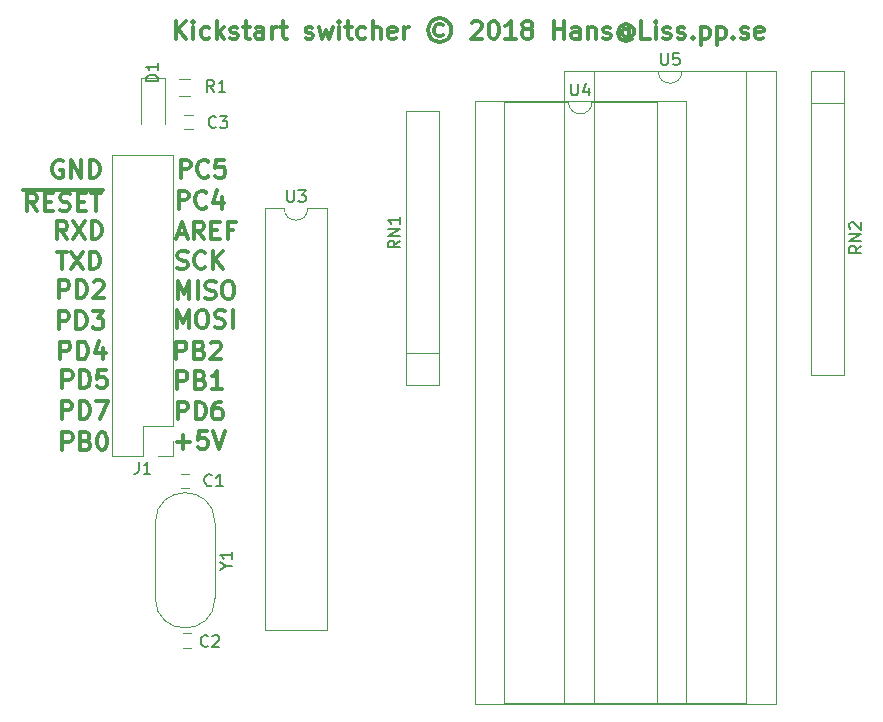
<source format=gbr>
G04 #@! TF.FileFunction,Legend,Top*
%FSLAX46Y46*%
G04 Gerber Fmt 4.6, Leading zero omitted, Abs format (unit mm)*
G04 Created by KiCad (PCBNEW 4.0.7) date 07/05/18 11:36:52*
%MOMM*%
%LPD*%
G01*
G04 APERTURE LIST*
%ADD10C,0.100000*%
%ADD11C,0.300000*%
%ADD12C,0.120000*%
%ADD13C,0.150000*%
G04 APERTURE END LIST*
D10*
D11*
X81308083Y-106623420D02*
X81165226Y-106551991D01*
X80950940Y-106551991D01*
X80736655Y-106623420D01*
X80593797Y-106766277D01*
X80522369Y-106909134D01*
X80450940Y-107194849D01*
X80450940Y-107409134D01*
X80522369Y-107694849D01*
X80593797Y-107837706D01*
X80736655Y-107980563D01*
X80950940Y-108051991D01*
X81093797Y-108051991D01*
X81308083Y-107980563D01*
X81379512Y-107909134D01*
X81379512Y-107409134D01*
X81093797Y-107409134D01*
X82022369Y-108051991D02*
X82022369Y-106551991D01*
X82879512Y-108051991D01*
X82879512Y-106551991D01*
X83593798Y-108051991D02*
X83593798Y-106551991D01*
X83950941Y-106551991D01*
X84165226Y-106623420D01*
X84308084Y-106766277D01*
X84379512Y-106909134D01*
X84450941Y-107194849D01*
X84450941Y-107409134D01*
X84379512Y-107694849D01*
X84308084Y-107837706D01*
X84165226Y-107980563D01*
X83950941Y-108051991D01*
X83593798Y-108051991D01*
X79154769Y-110845991D02*
X78654769Y-110131706D01*
X78297626Y-110845991D02*
X78297626Y-109345991D01*
X78869054Y-109345991D01*
X79011912Y-109417420D01*
X79083340Y-109488849D01*
X79154769Y-109631706D01*
X79154769Y-109845991D01*
X79083340Y-109988849D01*
X79011912Y-110060277D01*
X78869054Y-110131706D01*
X78297626Y-110131706D01*
X79797626Y-110060277D02*
X80297626Y-110060277D01*
X80511912Y-110845991D02*
X79797626Y-110845991D01*
X79797626Y-109345991D01*
X80511912Y-109345991D01*
X81083340Y-110774563D02*
X81297626Y-110845991D01*
X81654769Y-110845991D01*
X81797626Y-110774563D01*
X81869055Y-110703134D01*
X81940483Y-110560277D01*
X81940483Y-110417420D01*
X81869055Y-110274563D01*
X81797626Y-110203134D01*
X81654769Y-110131706D01*
X81369055Y-110060277D01*
X81226197Y-109988849D01*
X81154769Y-109917420D01*
X81083340Y-109774563D01*
X81083340Y-109631706D01*
X81154769Y-109488849D01*
X81226197Y-109417420D01*
X81369055Y-109345991D01*
X81726197Y-109345991D01*
X81940483Y-109417420D01*
X82583340Y-110060277D02*
X83083340Y-110060277D01*
X83297626Y-110845991D02*
X82583340Y-110845991D01*
X82583340Y-109345991D01*
X83297626Y-109345991D01*
X83726197Y-109345991D02*
X84583340Y-109345991D01*
X84154769Y-110845991D02*
X84154769Y-109345991D01*
X77940483Y-109087420D02*
X84726197Y-109087420D01*
X81702401Y-113220891D02*
X81202401Y-112506606D01*
X80845258Y-113220891D02*
X80845258Y-111720891D01*
X81416686Y-111720891D01*
X81559544Y-111792320D01*
X81630972Y-111863749D01*
X81702401Y-112006606D01*
X81702401Y-112220891D01*
X81630972Y-112363749D01*
X81559544Y-112435177D01*
X81416686Y-112506606D01*
X80845258Y-112506606D01*
X82202401Y-111720891D02*
X83202401Y-113220891D01*
X83202401Y-111720891D02*
X82202401Y-113220891D01*
X83773829Y-113220891D02*
X83773829Y-111720891D01*
X84130972Y-111720891D01*
X84345257Y-111792320D01*
X84488115Y-111935177D01*
X84559543Y-112078034D01*
X84630972Y-112363749D01*
X84630972Y-112578034D01*
X84559543Y-112863749D01*
X84488115Y-113006606D01*
X84345257Y-113149463D01*
X84130972Y-113220891D01*
X83773829Y-113220891D01*
X80809543Y-114291371D02*
X81666686Y-114291371D01*
X81238115Y-115791371D02*
X81238115Y-114291371D01*
X82023829Y-114291371D02*
X83023829Y-115791371D01*
X83023829Y-114291371D02*
X82023829Y-115791371D01*
X83595257Y-115791371D02*
X83595257Y-114291371D01*
X83952400Y-114291371D01*
X84166685Y-114362800D01*
X84309543Y-114505657D01*
X84380971Y-114648514D01*
X84452400Y-114934229D01*
X84452400Y-115148514D01*
X84380971Y-115434229D01*
X84309543Y-115577086D01*
X84166685Y-115719943D01*
X83952400Y-115791371D01*
X83595257Y-115791371D01*
X81012898Y-118222151D02*
X81012898Y-116722151D01*
X81584326Y-116722151D01*
X81727184Y-116793580D01*
X81798612Y-116865009D01*
X81870041Y-117007866D01*
X81870041Y-117222151D01*
X81798612Y-117365009D01*
X81727184Y-117436437D01*
X81584326Y-117507866D01*
X81012898Y-117507866D01*
X82512898Y-118222151D02*
X82512898Y-116722151D01*
X82870041Y-116722151D01*
X83084326Y-116793580D01*
X83227184Y-116936437D01*
X83298612Y-117079294D01*
X83370041Y-117365009D01*
X83370041Y-117579294D01*
X83298612Y-117865009D01*
X83227184Y-118007866D01*
X83084326Y-118150723D01*
X82870041Y-118222151D01*
X82512898Y-118222151D01*
X83941469Y-116865009D02*
X84012898Y-116793580D01*
X84155755Y-116722151D01*
X84512898Y-116722151D01*
X84655755Y-116793580D01*
X84727184Y-116865009D01*
X84798612Y-117007866D01*
X84798612Y-117150723D01*
X84727184Y-117365009D01*
X83870041Y-118222151D01*
X84798612Y-118222151D01*
X80984958Y-120848511D02*
X80984958Y-119348511D01*
X81556386Y-119348511D01*
X81699244Y-119419940D01*
X81770672Y-119491369D01*
X81842101Y-119634226D01*
X81842101Y-119848511D01*
X81770672Y-119991369D01*
X81699244Y-120062797D01*
X81556386Y-120134226D01*
X80984958Y-120134226D01*
X82484958Y-120848511D02*
X82484958Y-119348511D01*
X82842101Y-119348511D01*
X83056386Y-119419940D01*
X83199244Y-119562797D01*
X83270672Y-119705654D01*
X83342101Y-119991369D01*
X83342101Y-120205654D01*
X83270672Y-120491369D01*
X83199244Y-120634226D01*
X83056386Y-120777083D01*
X82842101Y-120848511D01*
X82484958Y-120848511D01*
X83842101Y-119348511D02*
X84770672Y-119348511D01*
X84270672Y-119919940D01*
X84484958Y-119919940D01*
X84627815Y-119991369D01*
X84699244Y-120062797D01*
X84770672Y-120205654D01*
X84770672Y-120562797D01*
X84699244Y-120705654D01*
X84627815Y-120777083D01*
X84484958Y-120848511D01*
X84056386Y-120848511D01*
X83913529Y-120777083D01*
X83842101Y-120705654D01*
X81096718Y-123418991D02*
X81096718Y-121918991D01*
X81668146Y-121918991D01*
X81811004Y-121990420D01*
X81882432Y-122061849D01*
X81953861Y-122204706D01*
X81953861Y-122418991D01*
X81882432Y-122561849D01*
X81811004Y-122633277D01*
X81668146Y-122704706D01*
X81096718Y-122704706D01*
X82596718Y-123418991D02*
X82596718Y-121918991D01*
X82953861Y-121918991D01*
X83168146Y-121990420D01*
X83311004Y-122133277D01*
X83382432Y-122276134D01*
X83453861Y-122561849D01*
X83453861Y-122776134D01*
X83382432Y-123061849D01*
X83311004Y-123204706D01*
X83168146Y-123347563D01*
X82953861Y-123418991D01*
X82596718Y-123418991D01*
X84739575Y-122418991D02*
X84739575Y-123418991D01*
X84382432Y-121847563D02*
X84025289Y-122918991D01*
X84953861Y-122918991D01*
X81292298Y-125849771D02*
X81292298Y-124349771D01*
X81863726Y-124349771D01*
X82006584Y-124421200D01*
X82078012Y-124492629D01*
X82149441Y-124635486D01*
X82149441Y-124849771D01*
X82078012Y-124992629D01*
X82006584Y-125064057D01*
X81863726Y-125135486D01*
X81292298Y-125135486D01*
X82792298Y-125849771D02*
X82792298Y-124349771D01*
X83149441Y-124349771D01*
X83363726Y-124421200D01*
X83506584Y-124564057D01*
X83578012Y-124706914D01*
X83649441Y-124992629D01*
X83649441Y-125206914D01*
X83578012Y-125492629D01*
X83506584Y-125635486D01*
X83363726Y-125778343D01*
X83149441Y-125849771D01*
X82792298Y-125849771D01*
X85006584Y-124349771D02*
X84292298Y-124349771D01*
X84220869Y-125064057D01*
X84292298Y-124992629D01*
X84435155Y-124921200D01*
X84792298Y-124921200D01*
X84935155Y-124992629D01*
X85006584Y-125064057D01*
X85078012Y-125206914D01*
X85078012Y-125564057D01*
X85006584Y-125706914D01*
X84935155Y-125778343D01*
X84792298Y-125849771D01*
X84435155Y-125849771D01*
X84292298Y-125778343D01*
X84220869Y-125706914D01*
X81264358Y-128448191D02*
X81264358Y-126948191D01*
X81835786Y-126948191D01*
X81978644Y-127019620D01*
X82050072Y-127091049D01*
X82121501Y-127233906D01*
X82121501Y-127448191D01*
X82050072Y-127591049D01*
X81978644Y-127662477D01*
X81835786Y-127733906D01*
X81264358Y-127733906D01*
X82764358Y-128448191D02*
X82764358Y-126948191D01*
X83121501Y-126948191D01*
X83335786Y-127019620D01*
X83478644Y-127162477D01*
X83550072Y-127305334D01*
X83621501Y-127591049D01*
X83621501Y-127805334D01*
X83550072Y-128091049D01*
X83478644Y-128233906D01*
X83335786Y-128376763D01*
X83121501Y-128448191D01*
X82764358Y-128448191D01*
X84121501Y-126948191D02*
X85121501Y-126948191D01*
X84478644Y-128448191D01*
X81292298Y-131102491D02*
X81292298Y-129602491D01*
X81863726Y-129602491D01*
X82006584Y-129673920D01*
X82078012Y-129745349D01*
X82149441Y-129888206D01*
X82149441Y-130102491D01*
X82078012Y-130245349D01*
X82006584Y-130316777D01*
X81863726Y-130388206D01*
X81292298Y-130388206D01*
X83292298Y-130316777D02*
X83506584Y-130388206D01*
X83578012Y-130459634D01*
X83649441Y-130602491D01*
X83649441Y-130816777D01*
X83578012Y-130959634D01*
X83506584Y-131031063D01*
X83363726Y-131102491D01*
X82792298Y-131102491D01*
X82792298Y-129602491D01*
X83292298Y-129602491D01*
X83435155Y-129673920D01*
X83506584Y-129745349D01*
X83578012Y-129888206D01*
X83578012Y-130031063D01*
X83506584Y-130173920D01*
X83435155Y-130245349D01*
X83292298Y-130316777D01*
X82792298Y-130316777D01*
X84578012Y-129602491D02*
X84720869Y-129602491D01*
X84863726Y-129673920D01*
X84935155Y-129745349D01*
X85006584Y-129888206D01*
X85078012Y-130173920D01*
X85078012Y-130531063D01*
X85006584Y-130816777D01*
X84935155Y-130959634D01*
X84863726Y-131031063D01*
X84720869Y-131102491D01*
X84578012Y-131102491D01*
X84435155Y-131031063D01*
X84363726Y-130959634D01*
X84292298Y-130816777D01*
X84220869Y-130531063D01*
X84220869Y-130173920D01*
X84292298Y-129888206D01*
X84363726Y-129745349D01*
X84435155Y-129673920D01*
X84578012Y-129602491D01*
X90971929Y-130419303D02*
X92114786Y-130419303D01*
X91543357Y-130990731D02*
X91543357Y-129847874D01*
X93543358Y-129490731D02*
X92829072Y-129490731D01*
X92757643Y-130205017D01*
X92829072Y-130133589D01*
X92971929Y-130062160D01*
X93329072Y-130062160D01*
X93471929Y-130133589D01*
X93543358Y-130205017D01*
X93614786Y-130347874D01*
X93614786Y-130705017D01*
X93543358Y-130847874D01*
X93471929Y-130919303D01*
X93329072Y-130990731D01*
X92971929Y-130990731D01*
X92829072Y-130919303D01*
X92757643Y-130847874D01*
X94043357Y-129490731D02*
X94543357Y-130990731D01*
X95043357Y-129490731D01*
X91071298Y-128504071D02*
X91071298Y-127004071D01*
X91642726Y-127004071D01*
X91785584Y-127075500D01*
X91857012Y-127146929D01*
X91928441Y-127289786D01*
X91928441Y-127504071D01*
X91857012Y-127646929D01*
X91785584Y-127718357D01*
X91642726Y-127789786D01*
X91071298Y-127789786D01*
X92571298Y-128504071D02*
X92571298Y-127004071D01*
X92928441Y-127004071D01*
X93142726Y-127075500D01*
X93285584Y-127218357D01*
X93357012Y-127361214D01*
X93428441Y-127646929D01*
X93428441Y-127861214D01*
X93357012Y-128146929D01*
X93285584Y-128289786D01*
X93142726Y-128432643D01*
X92928441Y-128504071D01*
X92571298Y-128504071D01*
X94714155Y-127004071D02*
X94428441Y-127004071D01*
X94285584Y-127075500D01*
X94214155Y-127146929D01*
X94071298Y-127361214D01*
X93999869Y-127646929D01*
X93999869Y-128218357D01*
X94071298Y-128361214D01*
X94142726Y-128432643D01*
X94285584Y-128504071D01*
X94571298Y-128504071D01*
X94714155Y-128432643D01*
X94785584Y-128361214D01*
X94857012Y-128218357D01*
X94857012Y-127861214D01*
X94785584Y-127718357D01*
X94714155Y-127646929D01*
X94571298Y-127575500D01*
X94285584Y-127575500D01*
X94142726Y-127646929D01*
X94071298Y-127718357D01*
X93999869Y-127861214D01*
X91015418Y-125933591D02*
X91015418Y-124433591D01*
X91586846Y-124433591D01*
X91729704Y-124505020D01*
X91801132Y-124576449D01*
X91872561Y-124719306D01*
X91872561Y-124933591D01*
X91801132Y-125076449D01*
X91729704Y-125147877D01*
X91586846Y-125219306D01*
X91015418Y-125219306D01*
X93015418Y-125147877D02*
X93229704Y-125219306D01*
X93301132Y-125290734D01*
X93372561Y-125433591D01*
X93372561Y-125647877D01*
X93301132Y-125790734D01*
X93229704Y-125862163D01*
X93086846Y-125933591D01*
X92515418Y-125933591D01*
X92515418Y-124433591D01*
X93015418Y-124433591D01*
X93158275Y-124505020D01*
X93229704Y-124576449D01*
X93301132Y-124719306D01*
X93301132Y-124862163D01*
X93229704Y-125005020D01*
X93158275Y-125076449D01*
X93015418Y-125147877D01*
X92515418Y-125147877D01*
X94801132Y-125933591D02*
X93943989Y-125933591D01*
X94372561Y-125933591D02*
X94372561Y-124433591D01*
X94229704Y-124647877D01*
X94086846Y-124790734D01*
X93943989Y-124862163D01*
X90931598Y-123418991D02*
X90931598Y-121918991D01*
X91503026Y-121918991D01*
X91645884Y-121990420D01*
X91717312Y-122061849D01*
X91788741Y-122204706D01*
X91788741Y-122418991D01*
X91717312Y-122561849D01*
X91645884Y-122633277D01*
X91503026Y-122704706D01*
X90931598Y-122704706D01*
X92931598Y-122633277D02*
X93145884Y-122704706D01*
X93217312Y-122776134D01*
X93288741Y-122918991D01*
X93288741Y-123133277D01*
X93217312Y-123276134D01*
X93145884Y-123347563D01*
X93003026Y-123418991D01*
X92431598Y-123418991D01*
X92431598Y-121918991D01*
X92931598Y-121918991D01*
X93074455Y-121990420D01*
X93145884Y-122061849D01*
X93217312Y-122204706D01*
X93217312Y-122347563D01*
X93145884Y-122490420D01*
X93074455Y-122561849D01*
X92931598Y-122633277D01*
X92431598Y-122633277D01*
X93860169Y-122061849D02*
X93931598Y-121990420D01*
X94074455Y-121918991D01*
X94431598Y-121918991D01*
X94574455Y-121990420D01*
X94645884Y-122061849D01*
X94717312Y-122204706D01*
X94717312Y-122347563D01*
X94645884Y-122561849D01*
X93788741Y-123418991D01*
X94717312Y-123418991D01*
X90990397Y-120736751D02*
X90990397Y-119236751D01*
X91490397Y-120308180D01*
X91990397Y-119236751D01*
X91990397Y-120736751D01*
X92990397Y-119236751D02*
X93276111Y-119236751D01*
X93418969Y-119308180D01*
X93561826Y-119451037D01*
X93633254Y-119736751D01*
X93633254Y-120236751D01*
X93561826Y-120522466D01*
X93418969Y-120665323D01*
X93276111Y-120736751D01*
X92990397Y-120736751D01*
X92847540Y-120665323D01*
X92704683Y-120522466D01*
X92633254Y-120236751D01*
X92633254Y-119736751D01*
X92704683Y-119451037D01*
X92847540Y-119308180D01*
X92990397Y-119236751D01*
X94204683Y-120665323D02*
X94418969Y-120736751D01*
X94776112Y-120736751D01*
X94918969Y-120665323D01*
X94990398Y-120593894D01*
X95061826Y-120451037D01*
X95061826Y-120308180D01*
X94990398Y-120165323D01*
X94918969Y-120093894D01*
X94776112Y-120022466D01*
X94490398Y-119951037D01*
X94347540Y-119879609D01*
X94276112Y-119808180D01*
X94204683Y-119665323D01*
X94204683Y-119522466D01*
X94276112Y-119379609D01*
X94347540Y-119308180D01*
X94490398Y-119236751D01*
X94847540Y-119236751D01*
X95061826Y-119308180D01*
X95704683Y-120736751D02*
X95704683Y-119236751D01*
X91046277Y-118305971D02*
X91046277Y-116805971D01*
X91546277Y-117877400D01*
X92046277Y-116805971D01*
X92046277Y-118305971D01*
X92760563Y-118305971D02*
X92760563Y-116805971D01*
X93403420Y-118234543D02*
X93617706Y-118305971D01*
X93974849Y-118305971D01*
X94117706Y-118234543D01*
X94189135Y-118163114D01*
X94260563Y-118020257D01*
X94260563Y-117877400D01*
X94189135Y-117734543D01*
X94117706Y-117663114D01*
X93974849Y-117591686D01*
X93689135Y-117520257D01*
X93546277Y-117448829D01*
X93474849Y-117377400D01*
X93403420Y-117234543D01*
X93403420Y-117091686D01*
X93474849Y-116948829D01*
X93546277Y-116877400D01*
X93689135Y-116805971D01*
X94046277Y-116805971D01*
X94260563Y-116877400D01*
X95189134Y-116805971D02*
X95474848Y-116805971D01*
X95617706Y-116877400D01*
X95760563Y-117020257D01*
X95831991Y-117305971D01*
X95831991Y-117805971D01*
X95760563Y-118091686D01*
X95617706Y-118234543D01*
X95474848Y-118305971D01*
X95189134Y-118305971D01*
X95046277Y-118234543D01*
X94903420Y-118091686D01*
X94831991Y-117805971D01*
X94831991Y-117305971D01*
X94903420Y-117020257D01*
X95046277Y-116877400D01*
X95189134Y-116805971D01*
X91027809Y-115692003D02*
X91242095Y-115763431D01*
X91599238Y-115763431D01*
X91742095Y-115692003D01*
X91813524Y-115620574D01*
X91884952Y-115477717D01*
X91884952Y-115334860D01*
X91813524Y-115192003D01*
X91742095Y-115120574D01*
X91599238Y-115049146D01*
X91313524Y-114977717D01*
X91170666Y-114906289D01*
X91099238Y-114834860D01*
X91027809Y-114692003D01*
X91027809Y-114549146D01*
X91099238Y-114406289D01*
X91170666Y-114334860D01*
X91313524Y-114263431D01*
X91670666Y-114263431D01*
X91884952Y-114334860D01*
X93384952Y-115620574D02*
X93313523Y-115692003D01*
X93099237Y-115763431D01*
X92956380Y-115763431D01*
X92742095Y-115692003D01*
X92599237Y-115549146D01*
X92527809Y-115406289D01*
X92456380Y-115120574D01*
X92456380Y-114906289D01*
X92527809Y-114620574D01*
X92599237Y-114477717D01*
X92742095Y-114334860D01*
X92956380Y-114263431D01*
X93099237Y-114263431D01*
X93313523Y-114334860D01*
X93384952Y-114406289D01*
X94027809Y-115763431D02*
X94027809Y-114263431D01*
X94884952Y-115763431D02*
X94242095Y-114906289D01*
X94884952Y-114263431D02*
X94027809Y-115120574D01*
X91058669Y-112820260D02*
X91772955Y-112820260D01*
X90915812Y-113248831D02*
X91415812Y-111748831D01*
X91915812Y-113248831D01*
X93272955Y-113248831D02*
X92772955Y-112534546D01*
X92415812Y-113248831D02*
X92415812Y-111748831D01*
X92987240Y-111748831D01*
X93130098Y-111820260D01*
X93201526Y-111891689D01*
X93272955Y-112034546D01*
X93272955Y-112248831D01*
X93201526Y-112391689D01*
X93130098Y-112463117D01*
X92987240Y-112534546D01*
X92415812Y-112534546D01*
X93915812Y-112463117D02*
X94415812Y-112463117D01*
X94630098Y-113248831D02*
X93915812Y-113248831D01*
X93915812Y-111748831D01*
X94630098Y-111748831D01*
X95772955Y-112463117D02*
X95272955Y-112463117D01*
X95272955Y-113248831D02*
X95272955Y-111748831D01*
X95987241Y-111748831D01*
X91127178Y-110650411D02*
X91127178Y-109150411D01*
X91698606Y-109150411D01*
X91841464Y-109221840D01*
X91912892Y-109293269D01*
X91984321Y-109436126D01*
X91984321Y-109650411D01*
X91912892Y-109793269D01*
X91841464Y-109864697D01*
X91698606Y-109936126D01*
X91127178Y-109936126D01*
X93484321Y-110507554D02*
X93412892Y-110578983D01*
X93198606Y-110650411D01*
X93055749Y-110650411D01*
X92841464Y-110578983D01*
X92698606Y-110436126D01*
X92627178Y-110293269D01*
X92555749Y-110007554D01*
X92555749Y-109793269D01*
X92627178Y-109507554D01*
X92698606Y-109364697D01*
X92841464Y-109221840D01*
X93055749Y-109150411D01*
X93198606Y-109150411D01*
X93412892Y-109221840D01*
X93484321Y-109293269D01*
X94770035Y-109650411D02*
X94770035Y-110650411D01*
X94412892Y-109078983D02*
X94055749Y-110150411D01*
X94984321Y-110150411D01*
X91294818Y-108024051D02*
X91294818Y-106524051D01*
X91866246Y-106524051D01*
X92009104Y-106595480D01*
X92080532Y-106666909D01*
X92151961Y-106809766D01*
X92151961Y-107024051D01*
X92080532Y-107166909D01*
X92009104Y-107238337D01*
X91866246Y-107309766D01*
X91294818Y-107309766D01*
X93651961Y-107881194D02*
X93580532Y-107952623D01*
X93366246Y-108024051D01*
X93223389Y-108024051D01*
X93009104Y-107952623D01*
X92866246Y-107809766D01*
X92794818Y-107666909D01*
X92723389Y-107381194D01*
X92723389Y-107166909D01*
X92794818Y-106881194D01*
X92866246Y-106738337D01*
X93009104Y-106595480D01*
X93223389Y-106524051D01*
X93366246Y-106524051D01*
X93580532Y-106595480D01*
X93651961Y-106666909D01*
X95009104Y-106524051D02*
X94294818Y-106524051D01*
X94223389Y-107238337D01*
X94294818Y-107166909D01*
X94437675Y-107095480D01*
X94794818Y-107095480D01*
X94937675Y-107166909D01*
X95009104Y-107238337D01*
X95080532Y-107381194D01*
X95080532Y-107738337D01*
X95009104Y-107881194D01*
X94937675Y-107952623D01*
X94794818Y-108024051D01*
X94437675Y-108024051D01*
X94294818Y-107952623D01*
X94223389Y-107881194D01*
X90877957Y-96263851D02*
X90877957Y-94763851D01*
X91735100Y-96263851D02*
X91092243Y-95406709D01*
X91735100Y-94763851D02*
X90877957Y-95620994D01*
X92377957Y-96263851D02*
X92377957Y-95263851D01*
X92377957Y-94763851D02*
X92306528Y-94835280D01*
X92377957Y-94906709D01*
X92449385Y-94835280D01*
X92377957Y-94763851D01*
X92377957Y-94906709D01*
X93735100Y-96192423D02*
X93592243Y-96263851D01*
X93306529Y-96263851D01*
X93163671Y-96192423D01*
X93092243Y-96120994D01*
X93020814Y-95978137D01*
X93020814Y-95549566D01*
X93092243Y-95406709D01*
X93163671Y-95335280D01*
X93306529Y-95263851D01*
X93592243Y-95263851D01*
X93735100Y-95335280D01*
X94377957Y-96263851D02*
X94377957Y-94763851D01*
X94520814Y-95692423D02*
X94949385Y-96263851D01*
X94949385Y-95263851D02*
X94377957Y-95835280D01*
X95520814Y-96192423D02*
X95663671Y-96263851D01*
X95949386Y-96263851D01*
X96092243Y-96192423D01*
X96163671Y-96049566D01*
X96163671Y-95978137D01*
X96092243Y-95835280D01*
X95949386Y-95763851D01*
X95735100Y-95763851D01*
X95592243Y-95692423D01*
X95520814Y-95549566D01*
X95520814Y-95478137D01*
X95592243Y-95335280D01*
X95735100Y-95263851D01*
X95949386Y-95263851D01*
X96092243Y-95335280D01*
X96592243Y-95263851D02*
X97163672Y-95263851D01*
X96806529Y-94763851D02*
X96806529Y-96049566D01*
X96877957Y-96192423D01*
X97020815Y-96263851D01*
X97163672Y-96263851D01*
X98306529Y-96263851D02*
X98306529Y-95478137D01*
X98235100Y-95335280D01*
X98092243Y-95263851D01*
X97806529Y-95263851D01*
X97663672Y-95335280D01*
X98306529Y-96192423D02*
X98163672Y-96263851D01*
X97806529Y-96263851D01*
X97663672Y-96192423D01*
X97592243Y-96049566D01*
X97592243Y-95906709D01*
X97663672Y-95763851D01*
X97806529Y-95692423D01*
X98163672Y-95692423D01*
X98306529Y-95620994D01*
X99020815Y-96263851D02*
X99020815Y-95263851D01*
X99020815Y-95549566D02*
X99092243Y-95406709D01*
X99163672Y-95335280D01*
X99306529Y-95263851D01*
X99449386Y-95263851D01*
X99735100Y-95263851D02*
X100306529Y-95263851D01*
X99949386Y-94763851D02*
X99949386Y-96049566D01*
X100020814Y-96192423D01*
X100163672Y-96263851D01*
X100306529Y-96263851D01*
X101877957Y-96192423D02*
X102020814Y-96263851D01*
X102306529Y-96263851D01*
X102449386Y-96192423D01*
X102520814Y-96049566D01*
X102520814Y-95978137D01*
X102449386Y-95835280D01*
X102306529Y-95763851D01*
X102092243Y-95763851D01*
X101949386Y-95692423D01*
X101877957Y-95549566D01*
X101877957Y-95478137D01*
X101949386Y-95335280D01*
X102092243Y-95263851D01*
X102306529Y-95263851D01*
X102449386Y-95335280D01*
X103020815Y-95263851D02*
X103306529Y-96263851D01*
X103592243Y-95549566D01*
X103877958Y-96263851D01*
X104163672Y-95263851D01*
X104735101Y-96263851D02*
X104735101Y-95263851D01*
X104735101Y-94763851D02*
X104663672Y-94835280D01*
X104735101Y-94906709D01*
X104806529Y-94835280D01*
X104735101Y-94763851D01*
X104735101Y-94906709D01*
X105235101Y-95263851D02*
X105806530Y-95263851D01*
X105449387Y-94763851D02*
X105449387Y-96049566D01*
X105520815Y-96192423D01*
X105663673Y-96263851D01*
X105806530Y-96263851D01*
X106949387Y-96192423D02*
X106806530Y-96263851D01*
X106520816Y-96263851D01*
X106377958Y-96192423D01*
X106306530Y-96120994D01*
X106235101Y-95978137D01*
X106235101Y-95549566D01*
X106306530Y-95406709D01*
X106377958Y-95335280D01*
X106520816Y-95263851D01*
X106806530Y-95263851D01*
X106949387Y-95335280D01*
X107592244Y-96263851D02*
X107592244Y-94763851D01*
X108235101Y-96263851D02*
X108235101Y-95478137D01*
X108163672Y-95335280D01*
X108020815Y-95263851D01*
X107806530Y-95263851D01*
X107663672Y-95335280D01*
X107592244Y-95406709D01*
X109520815Y-96192423D02*
X109377958Y-96263851D01*
X109092244Y-96263851D01*
X108949387Y-96192423D01*
X108877958Y-96049566D01*
X108877958Y-95478137D01*
X108949387Y-95335280D01*
X109092244Y-95263851D01*
X109377958Y-95263851D01*
X109520815Y-95335280D01*
X109592244Y-95478137D01*
X109592244Y-95620994D01*
X108877958Y-95763851D01*
X110235101Y-96263851D02*
X110235101Y-95263851D01*
X110235101Y-95549566D02*
X110306529Y-95406709D01*
X110377958Y-95335280D01*
X110520815Y-95263851D01*
X110663672Y-95263851D01*
X113520815Y-95120994D02*
X113377957Y-95049566D01*
X113092243Y-95049566D01*
X112949386Y-95120994D01*
X112806529Y-95263851D01*
X112735100Y-95406709D01*
X112735100Y-95692423D01*
X112806529Y-95835280D01*
X112949386Y-95978137D01*
X113092243Y-96049566D01*
X113377957Y-96049566D01*
X113520815Y-95978137D01*
X113235100Y-94549566D02*
X112877957Y-94620994D01*
X112520815Y-94835280D01*
X112306529Y-95192423D01*
X112235100Y-95549566D01*
X112306529Y-95906709D01*
X112520815Y-96263851D01*
X112877957Y-96478137D01*
X113235100Y-96549566D01*
X113592243Y-96478137D01*
X113949386Y-96263851D01*
X114163672Y-95906709D01*
X114235100Y-95549566D01*
X114163672Y-95192423D01*
X113949386Y-94835280D01*
X113592243Y-94620994D01*
X113235100Y-94549566D01*
X115949386Y-94906709D02*
X116020815Y-94835280D01*
X116163672Y-94763851D01*
X116520815Y-94763851D01*
X116663672Y-94835280D01*
X116735101Y-94906709D01*
X116806529Y-95049566D01*
X116806529Y-95192423D01*
X116735101Y-95406709D01*
X115877958Y-96263851D01*
X116806529Y-96263851D01*
X117735100Y-94763851D02*
X117877957Y-94763851D01*
X118020814Y-94835280D01*
X118092243Y-94906709D01*
X118163672Y-95049566D01*
X118235100Y-95335280D01*
X118235100Y-95692423D01*
X118163672Y-95978137D01*
X118092243Y-96120994D01*
X118020814Y-96192423D01*
X117877957Y-96263851D01*
X117735100Y-96263851D01*
X117592243Y-96192423D01*
X117520814Y-96120994D01*
X117449386Y-95978137D01*
X117377957Y-95692423D01*
X117377957Y-95335280D01*
X117449386Y-95049566D01*
X117520814Y-94906709D01*
X117592243Y-94835280D01*
X117735100Y-94763851D01*
X119663671Y-96263851D02*
X118806528Y-96263851D01*
X119235100Y-96263851D02*
X119235100Y-94763851D01*
X119092243Y-94978137D01*
X118949385Y-95120994D01*
X118806528Y-95192423D01*
X120520814Y-95406709D02*
X120377956Y-95335280D01*
X120306528Y-95263851D01*
X120235099Y-95120994D01*
X120235099Y-95049566D01*
X120306528Y-94906709D01*
X120377956Y-94835280D01*
X120520814Y-94763851D01*
X120806528Y-94763851D01*
X120949385Y-94835280D01*
X121020814Y-94906709D01*
X121092242Y-95049566D01*
X121092242Y-95120994D01*
X121020814Y-95263851D01*
X120949385Y-95335280D01*
X120806528Y-95406709D01*
X120520814Y-95406709D01*
X120377956Y-95478137D01*
X120306528Y-95549566D01*
X120235099Y-95692423D01*
X120235099Y-95978137D01*
X120306528Y-96120994D01*
X120377956Y-96192423D01*
X120520814Y-96263851D01*
X120806528Y-96263851D01*
X120949385Y-96192423D01*
X121020814Y-96120994D01*
X121092242Y-95978137D01*
X121092242Y-95692423D01*
X121020814Y-95549566D01*
X120949385Y-95478137D01*
X120806528Y-95406709D01*
X122877956Y-96263851D02*
X122877956Y-94763851D01*
X122877956Y-95478137D02*
X123735099Y-95478137D01*
X123735099Y-96263851D02*
X123735099Y-94763851D01*
X125092242Y-96263851D02*
X125092242Y-95478137D01*
X125020813Y-95335280D01*
X124877956Y-95263851D01*
X124592242Y-95263851D01*
X124449385Y-95335280D01*
X125092242Y-96192423D02*
X124949385Y-96263851D01*
X124592242Y-96263851D01*
X124449385Y-96192423D01*
X124377956Y-96049566D01*
X124377956Y-95906709D01*
X124449385Y-95763851D01*
X124592242Y-95692423D01*
X124949385Y-95692423D01*
X125092242Y-95620994D01*
X125806528Y-95263851D02*
X125806528Y-96263851D01*
X125806528Y-95406709D02*
X125877956Y-95335280D01*
X126020814Y-95263851D01*
X126235099Y-95263851D01*
X126377956Y-95335280D01*
X126449385Y-95478137D01*
X126449385Y-96263851D01*
X127092242Y-96192423D02*
X127235099Y-96263851D01*
X127520814Y-96263851D01*
X127663671Y-96192423D01*
X127735099Y-96049566D01*
X127735099Y-95978137D01*
X127663671Y-95835280D01*
X127520814Y-95763851D01*
X127306528Y-95763851D01*
X127163671Y-95692423D01*
X127092242Y-95549566D01*
X127092242Y-95478137D01*
X127163671Y-95335280D01*
X127306528Y-95263851D01*
X127520814Y-95263851D01*
X127663671Y-95335280D01*
X129306528Y-95549566D02*
X129235100Y-95478137D01*
X129092243Y-95406709D01*
X128949385Y-95406709D01*
X128806528Y-95478137D01*
X128735100Y-95549566D01*
X128663671Y-95692423D01*
X128663671Y-95835280D01*
X128735100Y-95978137D01*
X128806528Y-96049566D01*
X128949385Y-96120994D01*
X129092243Y-96120994D01*
X129235100Y-96049566D01*
X129306528Y-95978137D01*
X129306528Y-95406709D02*
X129306528Y-95978137D01*
X129377957Y-96049566D01*
X129449385Y-96049566D01*
X129592243Y-95978137D01*
X129663671Y-95835280D01*
X129663671Y-95478137D01*
X129520814Y-95263851D01*
X129306528Y-95120994D01*
X129020814Y-95049566D01*
X128735100Y-95120994D01*
X128520814Y-95263851D01*
X128377957Y-95478137D01*
X128306528Y-95763851D01*
X128377957Y-96049566D01*
X128520814Y-96263851D01*
X128735100Y-96406709D01*
X129020814Y-96478137D01*
X129306528Y-96406709D01*
X129520814Y-96263851D01*
X131020814Y-96263851D02*
X130306528Y-96263851D01*
X130306528Y-94763851D01*
X131520814Y-96263851D02*
X131520814Y-95263851D01*
X131520814Y-94763851D02*
X131449385Y-94835280D01*
X131520814Y-94906709D01*
X131592242Y-94835280D01*
X131520814Y-94763851D01*
X131520814Y-94906709D01*
X132163671Y-96192423D02*
X132306528Y-96263851D01*
X132592243Y-96263851D01*
X132735100Y-96192423D01*
X132806528Y-96049566D01*
X132806528Y-95978137D01*
X132735100Y-95835280D01*
X132592243Y-95763851D01*
X132377957Y-95763851D01*
X132235100Y-95692423D01*
X132163671Y-95549566D01*
X132163671Y-95478137D01*
X132235100Y-95335280D01*
X132377957Y-95263851D01*
X132592243Y-95263851D01*
X132735100Y-95335280D01*
X133377957Y-96192423D02*
X133520814Y-96263851D01*
X133806529Y-96263851D01*
X133949386Y-96192423D01*
X134020814Y-96049566D01*
X134020814Y-95978137D01*
X133949386Y-95835280D01*
X133806529Y-95763851D01*
X133592243Y-95763851D01*
X133449386Y-95692423D01*
X133377957Y-95549566D01*
X133377957Y-95478137D01*
X133449386Y-95335280D01*
X133592243Y-95263851D01*
X133806529Y-95263851D01*
X133949386Y-95335280D01*
X134663672Y-96120994D02*
X134735100Y-96192423D01*
X134663672Y-96263851D01*
X134592243Y-96192423D01*
X134663672Y-96120994D01*
X134663672Y-96263851D01*
X135377958Y-95263851D02*
X135377958Y-96763851D01*
X135377958Y-95335280D02*
X135520815Y-95263851D01*
X135806529Y-95263851D01*
X135949386Y-95335280D01*
X136020815Y-95406709D01*
X136092244Y-95549566D01*
X136092244Y-95978137D01*
X136020815Y-96120994D01*
X135949386Y-96192423D01*
X135806529Y-96263851D01*
X135520815Y-96263851D01*
X135377958Y-96192423D01*
X136735101Y-95263851D02*
X136735101Y-96763851D01*
X136735101Y-95335280D02*
X136877958Y-95263851D01*
X137163672Y-95263851D01*
X137306529Y-95335280D01*
X137377958Y-95406709D01*
X137449387Y-95549566D01*
X137449387Y-95978137D01*
X137377958Y-96120994D01*
X137306529Y-96192423D01*
X137163672Y-96263851D01*
X136877958Y-96263851D01*
X136735101Y-96192423D01*
X138092244Y-96120994D02*
X138163672Y-96192423D01*
X138092244Y-96263851D01*
X138020815Y-96192423D01*
X138092244Y-96120994D01*
X138092244Y-96263851D01*
X138735101Y-96192423D02*
X138877958Y-96263851D01*
X139163673Y-96263851D01*
X139306530Y-96192423D01*
X139377958Y-96049566D01*
X139377958Y-95978137D01*
X139306530Y-95835280D01*
X139163673Y-95763851D01*
X138949387Y-95763851D01*
X138806530Y-95692423D01*
X138735101Y-95549566D01*
X138735101Y-95478137D01*
X138806530Y-95335280D01*
X138949387Y-95263851D01*
X139163673Y-95263851D01*
X139306530Y-95335280D01*
X140592244Y-96192423D02*
X140449387Y-96263851D01*
X140163673Y-96263851D01*
X140020816Y-96192423D01*
X139949387Y-96049566D01*
X139949387Y-95478137D01*
X140020816Y-95335280D01*
X140163673Y-95263851D01*
X140449387Y-95263851D01*
X140592244Y-95335280D01*
X140663673Y-95478137D01*
X140663673Y-95620994D01*
X139949387Y-95763851D01*
D12*
X91993200Y-134285280D02*
X91293200Y-134285280D01*
X91293200Y-133085280D02*
X91993200Y-133085280D01*
X91483700Y-146618400D02*
X92183700Y-146618400D01*
X92183700Y-147818400D02*
X91483700Y-147818400D01*
X92328480Y-103922120D02*
X91628480Y-103922120D01*
X91628480Y-102722120D02*
X92328480Y-102722120D01*
X89960960Y-99613360D02*
X87960960Y-99613360D01*
X87960960Y-99613360D02*
X87960960Y-103463360D01*
X89960960Y-99613360D02*
X89960960Y-103463360D01*
X91138120Y-99721120D02*
X92138120Y-99721120D01*
X92138120Y-101081120D02*
X91138120Y-101081120D01*
X102071680Y-110633200D02*
G75*
G02X100071680Y-110633200I-1000000J0D01*
G01*
X100071680Y-110633200D02*
X98421680Y-110633200D01*
X98421680Y-110633200D02*
X98421680Y-146313200D01*
X98421680Y-146313200D02*
X103721680Y-146313200D01*
X103721680Y-146313200D02*
X103721680Y-110633200D01*
X103721680Y-110633200D02*
X102071680Y-110633200D01*
X126140720Y-101624280D02*
G75*
G02X124140720Y-101624280I-1000000J0D01*
G01*
X124140720Y-101624280D02*
X118680720Y-101624280D01*
X118680720Y-101624280D02*
X118680720Y-152544280D01*
X118680720Y-152544280D02*
X131600720Y-152544280D01*
X131600720Y-152544280D02*
X131600720Y-101624280D01*
X131600720Y-101624280D02*
X126140720Y-101624280D01*
X116190720Y-101564280D02*
X116190720Y-152604280D01*
X116190720Y-152604280D02*
X134090720Y-152604280D01*
X134090720Y-152604280D02*
X134090720Y-101564280D01*
X134090720Y-101564280D02*
X116190720Y-101564280D01*
X133740400Y-99040640D02*
G75*
G02X131740400Y-99040640I-1000000J0D01*
G01*
X131740400Y-99040640D02*
X126280400Y-99040640D01*
X126280400Y-99040640D02*
X126280400Y-152500640D01*
X126280400Y-152500640D02*
X139200400Y-152500640D01*
X139200400Y-152500640D02*
X139200400Y-99040640D01*
X139200400Y-99040640D02*
X133740400Y-99040640D01*
X123790400Y-98980640D02*
X123790400Y-152560640D01*
X123790400Y-152560640D02*
X141690400Y-152560640D01*
X141690400Y-152560640D02*
X141690400Y-98980640D01*
X141690400Y-98980640D02*
X123790400Y-98980640D01*
X94208840Y-137233120D02*
X94208840Y-143633120D01*
X89158840Y-137233120D02*
X89158840Y-143633120D01*
X89158840Y-137233120D02*
G75*
G02X94208840Y-137233120I2525000J0D01*
G01*
X89158840Y-143633120D02*
G75*
G03X94208840Y-143633120I2525000J0D01*
G01*
X90682120Y-106122160D02*
X85482120Y-106122160D01*
X90682120Y-129042160D02*
X90682120Y-106122160D01*
X85482120Y-131642160D02*
X85482120Y-106122160D01*
X90682120Y-129042160D02*
X88082120Y-129042160D01*
X88082120Y-129042160D02*
X88082120Y-131642160D01*
X88082120Y-131642160D02*
X85482120Y-131642160D01*
X90682120Y-130312160D02*
X90682120Y-131642160D01*
X90682120Y-131642160D02*
X89352120Y-131642160D01*
X110415880Y-125549480D02*
X113215880Y-125549480D01*
X113215880Y-125549480D02*
X113215880Y-102349480D01*
X113215880Y-102349480D02*
X110415880Y-102349480D01*
X110415880Y-102349480D02*
X110415880Y-125549480D01*
X110415880Y-122839480D02*
X113215880Y-122839480D01*
X147470320Y-98976360D02*
X144670320Y-98976360D01*
X144670320Y-98976360D02*
X144670320Y-124716360D01*
X144670320Y-124716360D02*
X147470320Y-124716360D01*
X147470320Y-124716360D02*
X147470320Y-98976360D01*
X147470320Y-101686360D02*
X144670320Y-101686360D01*
D13*
X93932714Y-134057663D02*
X93885095Y-134105282D01*
X93742238Y-134152901D01*
X93647000Y-134152901D01*
X93504142Y-134105282D01*
X93408904Y-134010044D01*
X93361285Y-133914806D01*
X93313666Y-133724330D01*
X93313666Y-133581472D01*
X93361285Y-133390996D01*
X93408904Y-133295758D01*
X93504142Y-133200520D01*
X93647000Y-133152901D01*
X93742238Y-133152901D01*
X93885095Y-133200520D01*
X93932714Y-133248139D01*
X94885095Y-134152901D02*
X94313666Y-134152901D01*
X94599380Y-134152901D02*
X94599380Y-133152901D01*
X94504142Y-133295758D01*
X94408904Y-133390996D01*
X94313666Y-133438615D01*
X93612674Y-147674603D02*
X93565055Y-147722222D01*
X93422198Y-147769841D01*
X93326960Y-147769841D01*
X93184102Y-147722222D01*
X93088864Y-147626984D01*
X93041245Y-147531746D01*
X92993626Y-147341270D01*
X92993626Y-147198412D01*
X93041245Y-147007936D01*
X93088864Y-146912698D01*
X93184102Y-146817460D01*
X93326960Y-146769841D01*
X93422198Y-146769841D01*
X93565055Y-146817460D01*
X93612674Y-146865079D01*
X93993626Y-146865079D02*
X94041245Y-146817460D01*
X94136483Y-146769841D01*
X94374579Y-146769841D01*
X94469817Y-146817460D01*
X94517436Y-146865079D01*
X94565055Y-146960317D01*
X94565055Y-147055555D01*
X94517436Y-147198412D01*
X93946007Y-147769841D01*
X94565055Y-147769841D01*
X94283234Y-103722443D02*
X94235615Y-103770062D01*
X94092758Y-103817681D01*
X93997520Y-103817681D01*
X93854662Y-103770062D01*
X93759424Y-103674824D01*
X93711805Y-103579586D01*
X93664186Y-103389110D01*
X93664186Y-103246252D01*
X93711805Y-103055776D01*
X93759424Y-102960538D01*
X93854662Y-102865300D01*
X93997520Y-102817681D01*
X94092758Y-102817681D01*
X94235615Y-102865300D01*
X94283234Y-102912919D01*
X94616567Y-102817681D02*
X95235615Y-102817681D01*
X94902281Y-103198633D01*
X95045139Y-103198633D01*
X95140377Y-103246252D01*
X95187996Y-103293871D01*
X95235615Y-103389110D01*
X95235615Y-103627205D01*
X95187996Y-103722443D01*
X95140377Y-103770062D01*
X95045139Y-103817681D01*
X94759424Y-103817681D01*
X94664186Y-103770062D01*
X94616567Y-103722443D01*
X89377781Y-99874295D02*
X88377781Y-99874295D01*
X88377781Y-99636200D01*
X88425400Y-99493342D01*
X88520638Y-99398104D01*
X88615876Y-99350485D01*
X88806352Y-99302866D01*
X88949210Y-99302866D01*
X89139686Y-99350485D01*
X89234924Y-99398104D01*
X89330162Y-99493342D01*
X89377781Y-99636200D01*
X89377781Y-99874295D01*
X89377781Y-98350485D02*
X89377781Y-98921914D01*
X89377781Y-98636200D02*
X88377781Y-98636200D01*
X88520638Y-98731438D01*
X88615876Y-98826676D01*
X88663495Y-98921914D01*
X94130834Y-100769681D02*
X93797500Y-100293490D01*
X93559405Y-100769681D02*
X93559405Y-99769681D01*
X93940358Y-99769681D01*
X94035596Y-99817300D01*
X94083215Y-99864919D01*
X94130834Y-99960157D01*
X94130834Y-100103014D01*
X94083215Y-100198252D01*
X94035596Y-100245871D01*
X93940358Y-100293490D01*
X93559405Y-100293490D01*
X95083215Y-100769681D02*
X94511786Y-100769681D01*
X94797500Y-100769681D02*
X94797500Y-99769681D01*
X94702262Y-99912538D01*
X94607024Y-100007776D01*
X94511786Y-100055395D01*
X100309775Y-109085581D02*
X100309775Y-109895105D01*
X100357394Y-109990343D01*
X100405013Y-110037962D01*
X100500251Y-110085581D01*
X100690728Y-110085581D01*
X100785966Y-110037962D01*
X100833585Y-109990343D01*
X100881204Y-109895105D01*
X100881204Y-109085581D01*
X101262156Y-109085581D02*
X101881204Y-109085581D01*
X101547870Y-109466533D01*
X101690728Y-109466533D01*
X101785966Y-109514152D01*
X101833585Y-109561771D01*
X101881204Y-109657010D01*
X101881204Y-109895105D01*
X101833585Y-109990343D01*
X101785966Y-110037962D01*
X101690728Y-110085581D01*
X101405013Y-110085581D01*
X101309775Y-110037962D01*
X101262156Y-109990343D01*
X124378815Y-100076661D02*
X124378815Y-100886185D01*
X124426434Y-100981423D01*
X124474053Y-101029042D01*
X124569291Y-101076661D01*
X124759768Y-101076661D01*
X124855006Y-101029042D01*
X124902625Y-100981423D01*
X124950244Y-100886185D01*
X124950244Y-100076661D01*
X125855006Y-100409994D02*
X125855006Y-101076661D01*
X125616910Y-100029042D02*
X125378815Y-100743328D01*
X125997863Y-100743328D01*
X131978495Y-97493021D02*
X131978495Y-98302545D01*
X132026114Y-98397783D01*
X132073733Y-98445402D01*
X132168971Y-98493021D01*
X132359448Y-98493021D01*
X132454686Y-98445402D01*
X132502305Y-98397783D01*
X132549924Y-98302545D01*
X132549924Y-97493021D01*
X133502305Y-97493021D02*
X133026114Y-97493021D01*
X132978495Y-97969211D01*
X133026114Y-97921592D01*
X133121352Y-97873973D01*
X133359448Y-97873973D01*
X133454686Y-97921592D01*
X133502305Y-97969211D01*
X133549924Y-98064450D01*
X133549924Y-98302545D01*
X133502305Y-98397783D01*
X133454686Y-98445402D01*
X133359448Y-98493021D01*
X133121352Y-98493021D01*
X133026114Y-98445402D01*
X132978495Y-98397783D01*
X95185030Y-140909311D02*
X95661221Y-140909311D01*
X94661221Y-141242644D02*
X95185030Y-140909311D01*
X94661221Y-140575977D01*
X95661221Y-139718834D02*
X95661221Y-140290263D01*
X95661221Y-140004549D02*
X94661221Y-140004549D01*
X94804078Y-140099787D01*
X94899316Y-140195025D01*
X94946935Y-140290263D01*
X87748787Y-132094541D02*
X87748787Y-132808827D01*
X87701167Y-132951684D01*
X87605929Y-133046922D01*
X87463072Y-133094541D01*
X87367834Y-133094541D01*
X88748787Y-133094541D02*
X88177358Y-133094541D01*
X88463072Y-133094541D02*
X88463072Y-132094541D01*
X88367834Y-132237398D01*
X88272596Y-132332636D01*
X88177358Y-132380255D01*
X109868261Y-113369956D02*
X109392070Y-113703290D01*
X109868261Y-113941385D02*
X108868261Y-113941385D01*
X108868261Y-113560432D01*
X108915880Y-113465194D01*
X108963499Y-113417575D01*
X109058737Y-113369956D01*
X109201594Y-113369956D01*
X109296832Y-113417575D01*
X109344451Y-113465194D01*
X109392070Y-113560432D01*
X109392070Y-113941385D01*
X109868261Y-112941385D02*
X108868261Y-112941385D01*
X109868261Y-112369956D01*
X108868261Y-112369956D01*
X109868261Y-111369956D02*
X109868261Y-111941385D01*
X109868261Y-111655671D02*
X108868261Y-111655671D01*
X109011118Y-111750909D01*
X109106356Y-111846147D01*
X109153975Y-111941385D01*
X148922701Y-113806836D02*
X148446510Y-114140170D01*
X148922701Y-114378265D02*
X147922701Y-114378265D01*
X147922701Y-113997312D01*
X147970320Y-113902074D01*
X148017939Y-113854455D01*
X148113177Y-113806836D01*
X148256034Y-113806836D01*
X148351272Y-113854455D01*
X148398891Y-113902074D01*
X148446510Y-113997312D01*
X148446510Y-114378265D01*
X148922701Y-113378265D02*
X147922701Y-113378265D01*
X148922701Y-112806836D01*
X147922701Y-112806836D01*
X148017939Y-112378265D02*
X147970320Y-112330646D01*
X147922701Y-112235408D01*
X147922701Y-111997312D01*
X147970320Y-111902074D01*
X148017939Y-111854455D01*
X148113177Y-111806836D01*
X148208415Y-111806836D01*
X148351272Y-111854455D01*
X148922701Y-112425884D01*
X148922701Y-111806836D01*
M02*

</source>
